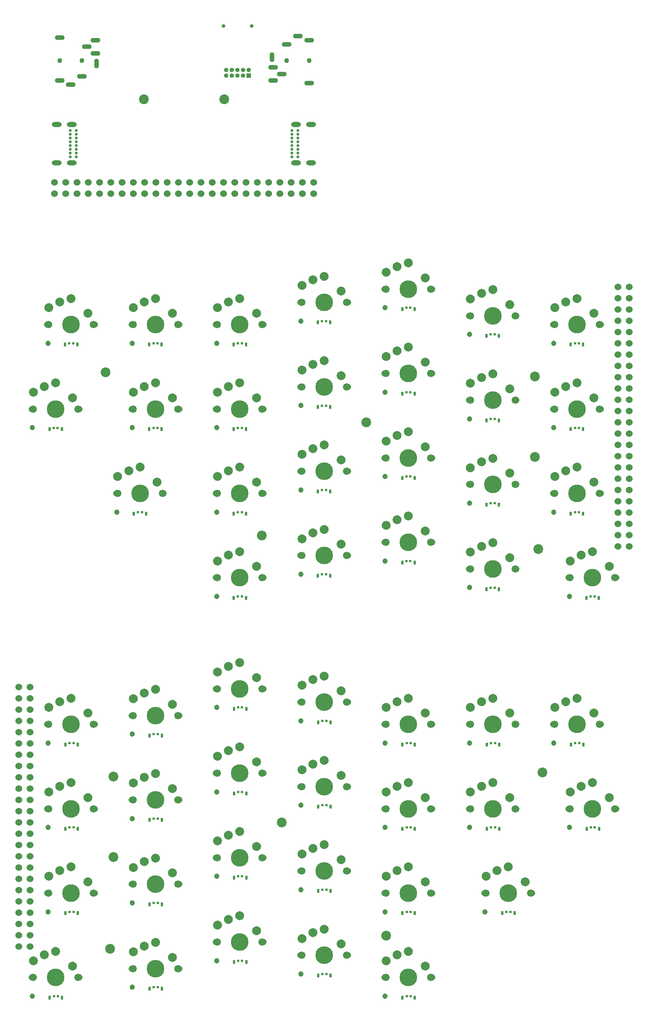
<source format=gbr>
%TF.GenerationSoftware,KiCad,Pcbnew,(6.0.6)*%
%TF.CreationDate,2022-09-03T22:19:59-07:00*%
%TF.ProjectId,NourK,4e6f7572-4b2e-46b6-9963-61645f706362,rev?*%
%TF.SameCoordinates,Original*%
%TF.FileFunction,Soldermask,Bot*%
%TF.FilePolarity,Negative*%
%FSLAX46Y46*%
G04 Gerber Fmt 4.6, Leading zero omitted, Abs format (unit mm)*
G04 Created by KiCad (PCBNEW (6.0.6)) date 2022-09-03 22:19:59*
%MOMM*%
%LPD*%
G01*
G04 APERTURE LIST*
%ADD10C,1.524000*%
%ADD11C,2.200000*%
%ADD12C,1.200000*%
%ADD13C,1.700000*%
%ADD14C,3.990000*%
%ADD15C,2.000000*%
%ADD16C,0.650000*%
%ADD17O,2.216000X1.108000*%
%ADD18C,0.800000*%
%ADD19C,1.100000*%
%ADD20O,1.100000X2.200000*%
%ADD21O,2.200000X1.100000*%
%ADD22O,1.000000X1.000000*%
%ADD23R,1.000000X1.000000*%
%ADD24R,0.600000X0.900000*%
%ADD25R,0.600000X0.550000*%
G04 APERTURE END LIST*
D10*
%TO.C,U3*%
X177260000Y-142965000D03*
X177260000Y-140425000D03*
X177260000Y-137885000D03*
X177260000Y-135345000D03*
X177260000Y-132805000D03*
X177260000Y-130265000D03*
X177260000Y-127725000D03*
X177260000Y-125185000D03*
X177260000Y-122645000D03*
X177260000Y-120105000D03*
X177260000Y-117565000D03*
X177260000Y-115025000D03*
X177260000Y-112485000D03*
X177260000Y-109945000D03*
X177260000Y-107405000D03*
X177260000Y-104865000D03*
X177260000Y-102325000D03*
X177260000Y-99785000D03*
X177260000Y-97245000D03*
X177260000Y-94705000D03*
X177260000Y-92165000D03*
X177260000Y-89625000D03*
X177260000Y-87085000D03*
X177260000Y-84545000D03*
X179800000Y-84545000D03*
X179800000Y-87085000D03*
X179800000Y-89625000D03*
X179800000Y-92165000D03*
X179800000Y-94705000D03*
X179800000Y-97245000D03*
X179800000Y-99785000D03*
X179800000Y-102325000D03*
X179800000Y-104865000D03*
X179800000Y-107405000D03*
X179800000Y-109945000D03*
X179800000Y-112485000D03*
X179800000Y-115025000D03*
X179800000Y-117565000D03*
X179800000Y-120105000D03*
X179800000Y-122645000D03*
X179800000Y-125185000D03*
X179800000Y-127725000D03*
X179800000Y-130265000D03*
X179800000Y-132805000D03*
X179800000Y-135345000D03*
X179800000Y-137885000D03*
X179800000Y-140425000D03*
X179800000Y-142965000D03*
%TD*%
%TO.C,U4*%
X50250000Y-61010000D03*
X52790000Y-61010000D03*
X55330000Y-61010000D03*
X57870000Y-61010000D03*
X60410000Y-61010000D03*
X62950000Y-61010000D03*
X65490000Y-61010000D03*
X68030000Y-61010000D03*
X70570000Y-61010000D03*
X73110000Y-61010000D03*
X75650000Y-61010000D03*
X78190000Y-61010000D03*
X80730000Y-61010000D03*
X83270000Y-61010000D03*
X85810000Y-61010000D03*
X88350000Y-61010000D03*
X90890000Y-61010000D03*
X93430000Y-61010000D03*
X95970000Y-61010000D03*
X98510000Y-61010000D03*
X101050000Y-61010000D03*
X103590000Y-61010000D03*
X106130000Y-61010000D03*
X108670000Y-61010000D03*
X108670000Y-63550000D03*
X106130000Y-63550000D03*
X103590000Y-63550000D03*
X101050000Y-63550000D03*
X98510000Y-63550000D03*
X95970000Y-63550000D03*
X93430000Y-63550000D03*
X90890000Y-63550000D03*
X88350000Y-63550000D03*
X85810000Y-63550000D03*
X83270000Y-63550000D03*
X80730000Y-63550000D03*
X78190000Y-63550000D03*
X75650000Y-63550000D03*
X73110000Y-63550000D03*
X70570000Y-63550000D03*
X68030000Y-63550000D03*
X65490000Y-63550000D03*
X62950000Y-63550000D03*
X60410000Y-63550000D03*
X57870000Y-63550000D03*
X55330000Y-63550000D03*
X52790000Y-63550000D03*
X50250000Y-63550000D03*
%TD*%
%TO.C,U5*%
X44740000Y-174580000D03*
X44740000Y-177120000D03*
X44740000Y-179660000D03*
X44740000Y-182200000D03*
X44740000Y-184740000D03*
X44740000Y-187280000D03*
X44740000Y-189820000D03*
X44740000Y-192360000D03*
X44740000Y-194900000D03*
X44740000Y-197440000D03*
X44740000Y-199980000D03*
X44740000Y-202520000D03*
X44740000Y-205060000D03*
X44740000Y-207600000D03*
X44740000Y-210140000D03*
X44740000Y-212680000D03*
X44740000Y-215220000D03*
X44740000Y-217760000D03*
X44740000Y-220300000D03*
X44740000Y-222840000D03*
X44740000Y-225380000D03*
X44740000Y-227920000D03*
X44740000Y-230460000D03*
X44740000Y-233000000D03*
X42200000Y-233000000D03*
X42200000Y-230460000D03*
X42200000Y-227920000D03*
X42200000Y-225380000D03*
X42200000Y-222840000D03*
X42200000Y-220300000D03*
X42200000Y-217760000D03*
X42200000Y-215220000D03*
X42200000Y-212680000D03*
X42200000Y-210140000D03*
X42200000Y-207600000D03*
X42200000Y-205060000D03*
X42200000Y-202520000D03*
X42200000Y-199980000D03*
X42200000Y-197440000D03*
X42200000Y-194900000D03*
X42200000Y-192360000D03*
X42200000Y-189820000D03*
X42200000Y-187280000D03*
X42200000Y-184740000D03*
X42200000Y-182200000D03*
X42200000Y-179660000D03*
X42200000Y-177120000D03*
X42200000Y-174580000D03*
%TD*%
D11*
%TO.C,REF\u002A\u002A*%
X62750000Y-233550000D03*
%TD*%
%TO.C,REF\u002A\u002A*%
X160250000Y-193800000D03*
%TD*%
%TO.C,REF\u002A\u002A*%
X63500000Y-194750000D03*
%TD*%
%TO.C,REF\u002A\u002A*%
X101500000Y-205050000D03*
%TD*%
%TO.C,REF\u002A\u002A*%
X125000000Y-230550000D03*
%TD*%
%TO.C,REF\u002A\u002A*%
X120500000Y-115000000D03*
%TD*%
%TO.C,REF\u002A\u002A*%
X158500000Y-104700000D03*
%TD*%
%TO.C,REF\u002A\u002A*%
X159250000Y-143500000D03*
%TD*%
%TO.C,REF\u002A\u002A*%
X97000000Y-140500000D03*
%TD*%
%TO.C,REF\u002A\u002A*%
X61750000Y-103750000D03*
%TD*%
%TO.C,REF\u002A\u002A*%
X63500000Y-212850000D03*
%TD*%
%TO.C,REF\u002A\u002A*%
X158500000Y-122800000D03*
%TD*%
D12*
%TO.C,SW53*%
X48500000Y-221000000D03*
X48780000Y-225200000D03*
D13*
X59080000Y-221000000D03*
D14*
X54000000Y-221000000D03*
D12*
X59500000Y-221000000D03*
D13*
X48920000Y-221000000D03*
D15*
X51460000Y-215920000D03*
X49000000Y-217200000D03*
X54000000Y-215100000D03*
X57810000Y-218460000D03*
%TD*%
D12*
%TO.C,SW36*%
X124500000Y-202000000D03*
X124780000Y-206200000D03*
D13*
X135080000Y-202000000D03*
D14*
X130000000Y-202000000D03*
D12*
X135500000Y-202000000D03*
D13*
X124920000Y-202000000D03*
D15*
X127460000Y-196920000D03*
X125000000Y-198200000D03*
X130000000Y-196100000D03*
X133810000Y-199460000D03*
%TD*%
D12*
%TO.C,SW33*%
X143500000Y-202000000D03*
X143780000Y-206200000D03*
D13*
X154080000Y-202000000D03*
D14*
X149000000Y-202000000D03*
D12*
X154500000Y-202000000D03*
D13*
X143920000Y-202000000D03*
D15*
X146460000Y-196920000D03*
X144000000Y-198200000D03*
X149000000Y-196100000D03*
X152810000Y-199460000D03*
%TD*%
D12*
%TO.C,SW13*%
X124500000Y-123000000D03*
X124780000Y-127200000D03*
D13*
X135080000Y-123000000D03*
D14*
X130000000Y-123000000D03*
D12*
X135500000Y-123000000D03*
D13*
X124920000Y-123000000D03*
D15*
X127460000Y-117920000D03*
X125000000Y-119200000D03*
X130000000Y-117100000D03*
X133810000Y-120460000D03*
%TD*%
D12*
%TO.C,SW49*%
X67500000Y-219000000D03*
X67780000Y-223200000D03*
D13*
X78080000Y-219000000D03*
D14*
X73000000Y-219000000D03*
D12*
X78500000Y-219000000D03*
D13*
X67920000Y-219000000D03*
D15*
X70460000Y-213920000D03*
X68000000Y-215200000D03*
X73000000Y-213100000D03*
X76810000Y-216460000D03*
%TD*%
D12*
%TO.C,SW8*%
X143500000Y-110000000D03*
X143780000Y-114200000D03*
D13*
X154080000Y-110000000D03*
D14*
X149000000Y-110000000D03*
D12*
X154500000Y-110000000D03*
D13*
X143920000Y-110000000D03*
D15*
X146460000Y-104920000D03*
X144000000Y-106200000D03*
X149000000Y-104100000D03*
X152810000Y-107460000D03*
%TD*%
D12*
%TO.C,SW26*%
X48500000Y-93000000D03*
X48780000Y-97200000D03*
D13*
X59080000Y-93000000D03*
D14*
X54000000Y-93000000D03*
D12*
X59500000Y-93000000D03*
D13*
X48920000Y-93000000D03*
D15*
X51460000Y-87920000D03*
X49000000Y-89200000D03*
X54000000Y-87100000D03*
X57810000Y-90460000D03*
%TD*%
D12*
%TO.C,SW23*%
X67500000Y-93000000D03*
X67780000Y-97200000D03*
D13*
X78080000Y-93000000D03*
D14*
X73000000Y-93000000D03*
D12*
X78500000Y-93000000D03*
D13*
X67920000Y-93000000D03*
D15*
X70460000Y-87920000D03*
X68000000Y-89200000D03*
X73000000Y-87100000D03*
X76810000Y-90460000D03*
%TD*%
D12*
%TO.C,SW18*%
X105500000Y-145000000D03*
X105780000Y-149200000D03*
D13*
X116080000Y-145000000D03*
D14*
X111000000Y-145000000D03*
D12*
X116500000Y-145000000D03*
D13*
X105920000Y-145000000D03*
D15*
X108460000Y-139920000D03*
X106000000Y-141200000D03*
X111000000Y-139100000D03*
X114810000Y-142460000D03*
%TD*%
D12*
%TO.C,SW21*%
X86500000Y-131000000D03*
X86780000Y-135200000D03*
D13*
X97080000Y-131000000D03*
D14*
X92000000Y-131000000D03*
D12*
X97500000Y-131000000D03*
D13*
X86920000Y-131000000D03*
D15*
X89460000Y-125920000D03*
X87000000Y-127200000D03*
X92000000Y-125100000D03*
X95810000Y-128460000D03*
%TD*%
D12*
%TO.C,SW11*%
X124500000Y-85000000D03*
X124780000Y-89200000D03*
D13*
X135080000Y-85000000D03*
D14*
X130000000Y-85000000D03*
D12*
X135500000Y-85000000D03*
D13*
X124920000Y-85000000D03*
D15*
X127460000Y-79920000D03*
X125000000Y-81200000D03*
X130000000Y-79100000D03*
X133810000Y-82460000D03*
%TD*%
D12*
%TO.C,SW4*%
X162500000Y-112000000D03*
X162780000Y-116200000D03*
D13*
X173080000Y-112000000D03*
D14*
X168000000Y-112000000D03*
D12*
X173500000Y-112000000D03*
D13*
X162920000Y-112000000D03*
D15*
X165460000Y-106920000D03*
X163000000Y-108200000D03*
X168000000Y-106100000D03*
X171810000Y-109460000D03*
%TD*%
D12*
%TO.C,SW45*%
X86500000Y-213000000D03*
X86780000Y-217200000D03*
D13*
X97080000Y-213000000D03*
D14*
X92000000Y-213000000D03*
D12*
X97500000Y-213000000D03*
D13*
X86920000Y-213000000D03*
D15*
X89460000Y-207920000D03*
X87000000Y-209200000D03*
X92000000Y-207100000D03*
X95810000Y-210460000D03*
%TD*%
D12*
%TO.C,SW41*%
X105500000Y-216000000D03*
X105780000Y-220200000D03*
D13*
X116080000Y-216000000D03*
D14*
X111000000Y-216000000D03*
D12*
X116500000Y-216000000D03*
D13*
X105920000Y-216000000D03*
D15*
X108460000Y-210920000D03*
X106000000Y-212200000D03*
X111000000Y-210100000D03*
X114810000Y-213460000D03*
%TD*%
D12*
%TO.C,SW42*%
X105500000Y-235000000D03*
X105780000Y-239200000D03*
D13*
X116080000Y-235000000D03*
D14*
X111000000Y-235000000D03*
D12*
X116500000Y-235000000D03*
D13*
X105920000Y-235000000D03*
D15*
X108460000Y-229920000D03*
X106000000Y-231200000D03*
X111000000Y-229100000D03*
X114810000Y-232460000D03*
%TD*%
D12*
%TO.C,SW20*%
X86500000Y-112000000D03*
X86780000Y-116200000D03*
D13*
X97080000Y-112000000D03*
D14*
X92000000Y-112000000D03*
D12*
X97500000Y-112000000D03*
D13*
X86920000Y-112000000D03*
D15*
X89460000Y-106920000D03*
X87000000Y-108200000D03*
X92000000Y-106100000D03*
X95810000Y-109460000D03*
%TD*%
D12*
%TO.C,SW40*%
X105500000Y-197000000D03*
X105780000Y-201200000D03*
D13*
X116080000Y-197000000D03*
D14*
X111000000Y-197000000D03*
D12*
X116500000Y-197000000D03*
D13*
X105920000Y-197000000D03*
D15*
X108460000Y-191920000D03*
X106000000Y-193200000D03*
X111000000Y-191100000D03*
X114810000Y-194460000D03*
%TD*%
D12*
%TO.C,SW51*%
X48500000Y-183000000D03*
X48780000Y-187200000D03*
D13*
X59080000Y-183000000D03*
D14*
X54000000Y-183000000D03*
D12*
X59500000Y-183000000D03*
D13*
X48920000Y-183000000D03*
D15*
X51460000Y-177920000D03*
X49000000Y-179200000D03*
X54000000Y-177100000D03*
X57810000Y-180460000D03*
%TD*%
D12*
%TO.C,SW12*%
X124500000Y-104000000D03*
X124780000Y-108200000D03*
D13*
X135080000Y-104000000D03*
D14*
X130000000Y-104000000D03*
D12*
X135500000Y-104000000D03*
D13*
X124920000Y-104000000D03*
D15*
X127460000Y-98920000D03*
X125000000Y-100200000D03*
X130000000Y-98100000D03*
X133810000Y-101460000D03*
%TD*%
D12*
%TO.C,SW37*%
X124500000Y-221000000D03*
X124780000Y-225200000D03*
D13*
X135080000Y-221000000D03*
D14*
X130000000Y-221000000D03*
D12*
X135500000Y-221000000D03*
D13*
X124920000Y-221000000D03*
D15*
X127460000Y-215920000D03*
X125000000Y-217200000D03*
X130000000Y-215100000D03*
X133810000Y-218460000D03*
%TD*%
D12*
%TO.C,SW30*%
X162500000Y-183000000D03*
X162780000Y-187200000D03*
D13*
X173080000Y-183000000D03*
D14*
X168000000Y-183000000D03*
D12*
X173500000Y-183000000D03*
D13*
X162920000Y-183000000D03*
D15*
X165460000Y-177920000D03*
X163000000Y-179200000D03*
X168000000Y-177100000D03*
X171810000Y-180460000D03*
%TD*%
D12*
%TO.C,SW25*%
X64000000Y-131000000D03*
X64280000Y-135200000D03*
D13*
X74580000Y-131000000D03*
D14*
X69500000Y-131000000D03*
D12*
X75000000Y-131000000D03*
D13*
X64420000Y-131000000D03*
D15*
X66960000Y-125920000D03*
X64500000Y-127200000D03*
X69500000Y-125100000D03*
X73310000Y-128460000D03*
%TD*%
D12*
%TO.C,SW19*%
X86500000Y-93000000D03*
X86780000Y-97200000D03*
D13*
X97080000Y-93000000D03*
D14*
X92000000Y-93000000D03*
D12*
X97500000Y-93000000D03*
D13*
X86920000Y-93000000D03*
D15*
X89460000Y-87920000D03*
X87000000Y-89200000D03*
X92000000Y-87100000D03*
X95810000Y-90460000D03*
%TD*%
D12*
%TO.C,SW52*%
X48500000Y-202000000D03*
X48780000Y-206200000D03*
D13*
X59080000Y-202000000D03*
D14*
X54000000Y-202000000D03*
D12*
X59500000Y-202000000D03*
D13*
X48920000Y-202000000D03*
D15*
X51460000Y-196920000D03*
X49000000Y-198200000D03*
X54000000Y-196100000D03*
X57810000Y-199460000D03*
%TD*%
D12*
%TO.C,SW38*%
X124500000Y-240000000D03*
X124780000Y-244200000D03*
D13*
X135080000Y-240000000D03*
D14*
X130000000Y-240000000D03*
D12*
X135500000Y-240000000D03*
D13*
X124920000Y-240000000D03*
D15*
X127460000Y-234920000D03*
X125000000Y-236200000D03*
X130000000Y-234100000D03*
X133810000Y-237460000D03*
%TD*%
D12*
%TO.C,SW35*%
X124500000Y-183000000D03*
X124780000Y-187200000D03*
D13*
X135080000Y-183000000D03*
D14*
X130000000Y-183000000D03*
D12*
X135500000Y-183000000D03*
D13*
X124920000Y-183000000D03*
D15*
X127460000Y-177920000D03*
X125000000Y-179200000D03*
X130000000Y-177100000D03*
X133810000Y-180460000D03*
%TD*%
D12*
%TO.C,SW5*%
X162500000Y-131000000D03*
X162780000Y-135200000D03*
D13*
X173080000Y-131000000D03*
D14*
X168000000Y-131000000D03*
D12*
X173500000Y-131000000D03*
D13*
X162920000Y-131000000D03*
D15*
X165460000Y-125920000D03*
X163000000Y-127200000D03*
X168000000Y-125100000D03*
X171810000Y-128460000D03*
%TD*%
D12*
%TO.C,SW47*%
X67500000Y-181000000D03*
X67780000Y-185200000D03*
D13*
X78080000Y-181000000D03*
D14*
X73000000Y-181000000D03*
D12*
X78500000Y-181000000D03*
D13*
X67920000Y-181000000D03*
D15*
X70460000Y-175920000D03*
X68000000Y-177200000D03*
X73000000Y-175100000D03*
X76810000Y-178460000D03*
%TD*%
D12*
%TO.C,SW50*%
X67500000Y-238000000D03*
X67780000Y-242200000D03*
D13*
X78080000Y-238000000D03*
D14*
X73000000Y-238000000D03*
D12*
X78500000Y-238000000D03*
D13*
X67920000Y-238000000D03*
D15*
X70460000Y-232920000D03*
X68000000Y-234200000D03*
X73000000Y-232100000D03*
X76810000Y-235460000D03*
%TD*%
D12*
%TO.C,SW14*%
X124500000Y-142000000D03*
X124780000Y-146200000D03*
D13*
X135080000Y-142000000D03*
D14*
X130000000Y-142000000D03*
D12*
X135500000Y-142000000D03*
D13*
X124920000Y-142000000D03*
D15*
X127460000Y-136920000D03*
X125000000Y-138200000D03*
X130000000Y-136100000D03*
X133810000Y-139460000D03*
%TD*%
D12*
%TO.C,SW9*%
X143500000Y-129000000D03*
X143780000Y-133200000D03*
D13*
X154080000Y-129000000D03*
D14*
X149000000Y-129000000D03*
D12*
X154500000Y-129000000D03*
D13*
X143920000Y-129000000D03*
D15*
X146460000Y-123920000D03*
X144000000Y-125200000D03*
X149000000Y-123100000D03*
X152810000Y-126460000D03*
%TD*%
D12*
%TO.C,SW17*%
X105500000Y-126000000D03*
X105780000Y-130200000D03*
D13*
X116080000Y-126000000D03*
D14*
X111000000Y-126000000D03*
D12*
X116500000Y-126000000D03*
D13*
X105920000Y-126000000D03*
D15*
X108460000Y-120920000D03*
X106000000Y-122200000D03*
X111000000Y-120100000D03*
X114810000Y-123460000D03*
%TD*%
D12*
%TO.C,SW43*%
X86500000Y-175000000D03*
X86780000Y-179200000D03*
D13*
X97080000Y-175000000D03*
D14*
X92000000Y-175000000D03*
D12*
X97500000Y-175000000D03*
D13*
X86920000Y-175000000D03*
D15*
X89460000Y-169920000D03*
X87000000Y-171200000D03*
X92000000Y-169100000D03*
X95810000Y-172460000D03*
%TD*%
D12*
%TO.C,SW32*%
X143500000Y-183000000D03*
X143780000Y-187200000D03*
D13*
X154080000Y-183000000D03*
D14*
X149000000Y-183000000D03*
D12*
X154500000Y-183000000D03*
D13*
X143920000Y-183000000D03*
D15*
X146460000Y-177920000D03*
X144000000Y-179200000D03*
X149000000Y-177100000D03*
X152810000Y-180460000D03*
%TD*%
D12*
%TO.C,SW44*%
X86500000Y-194000000D03*
X86780000Y-198200000D03*
D13*
X97080000Y-194000000D03*
D14*
X92000000Y-194000000D03*
D12*
X97500000Y-194000000D03*
D13*
X86920000Y-194000000D03*
D15*
X89460000Y-188920000D03*
X87000000Y-190200000D03*
X92000000Y-188100000D03*
X95810000Y-191460000D03*
%TD*%
D12*
%TO.C,SW24*%
X67500000Y-112000000D03*
X67780000Y-116200000D03*
D13*
X78080000Y-112000000D03*
D14*
X73000000Y-112000000D03*
D12*
X78500000Y-112000000D03*
D13*
X67920000Y-112000000D03*
D15*
X70460000Y-106920000D03*
X68000000Y-108200000D03*
X73000000Y-106100000D03*
X76810000Y-109460000D03*
%TD*%
D12*
%TO.C,SW31*%
X166000000Y-202000000D03*
X166280000Y-206200000D03*
D13*
X176580000Y-202000000D03*
D14*
X171500000Y-202000000D03*
D12*
X177000000Y-202000000D03*
D13*
X166420000Y-202000000D03*
D15*
X168960000Y-196920000D03*
X166500000Y-198200000D03*
X171500000Y-196100000D03*
X175310000Y-199460000D03*
%TD*%
D12*
%TO.C,SW22*%
X86500000Y-150000000D03*
X86780000Y-154200000D03*
D13*
X97080000Y-150000000D03*
D14*
X92000000Y-150000000D03*
D12*
X97500000Y-150000000D03*
D13*
X86920000Y-150000000D03*
D15*
X89460000Y-144920000D03*
X87000000Y-146200000D03*
X92000000Y-144100000D03*
X95810000Y-147460000D03*
%TD*%
D12*
%TO.C,SW48*%
X67500000Y-200000000D03*
X67780000Y-204200000D03*
D13*
X78080000Y-200000000D03*
D14*
X73000000Y-200000000D03*
D12*
X78500000Y-200000000D03*
D13*
X67920000Y-200000000D03*
D15*
X70460000Y-194920000D03*
X68000000Y-196200000D03*
X73000000Y-194100000D03*
X76810000Y-197460000D03*
%TD*%
D12*
%TO.C,SW10*%
X143500000Y-148000000D03*
X143780000Y-152200000D03*
D13*
X154080000Y-148000000D03*
D14*
X149000000Y-148000000D03*
D12*
X154500000Y-148000000D03*
D13*
X143920000Y-148000000D03*
D15*
X146460000Y-142920000D03*
X144000000Y-144200000D03*
X149000000Y-142100000D03*
X152810000Y-145460000D03*
%TD*%
D12*
%TO.C,SW46*%
X86500000Y-232000000D03*
X86780000Y-236200000D03*
D13*
X97080000Y-232000000D03*
D14*
X92000000Y-232000000D03*
D12*
X97500000Y-232000000D03*
D13*
X86920000Y-232000000D03*
D15*
X89460000Y-226920000D03*
X87000000Y-228200000D03*
X92000000Y-226100000D03*
X95810000Y-229460000D03*
%TD*%
D12*
%TO.C,SW34*%
X147000000Y-221000000D03*
X147280000Y-225200000D03*
D13*
X157580000Y-221000000D03*
D14*
X152500000Y-221000000D03*
D12*
X158000000Y-221000000D03*
D13*
X147420000Y-221000000D03*
D15*
X149960000Y-215920000D03*
X147500000Y-217200000D03*
X152500000Y-215100000D03*
X156310000Y-218460000D03*
%TD*%
D12*
%TO.C,SW16*%
X105500000Y-107000000D03*
X105780000Y-111200000D03*
D13*
X116080000Y-107000000D03*
D14*
X111000000Y-107000000D03*
D12*
X116500000Y-107000000D03*
D13*
X105920000Y-107000000D03*
D15*
X108460000Y-101920000D03*
X106000000Y-103200000D03*
X111000000Y-101100000D03*
X114810000Y-104460000D03*
%TD*%
D12*
%TO.C,SW15*%
X105500000Y-88000000D03*
X105780000Y-92200000D03*
D13*
X116080000Y-88000000D03*
D14*
X111000000Y-88000000D03*
D12*
X116500000Y-88000000D03*
D13*
X105920000Y-88000000D03*
D15*
X108460000Y-82920000D03*
X106000000Y-84200000D03*
X111000000Y-82100000D03*
X114810000Y-85460000D03*
%TD*%
D12*
%TO.C,SW54*%
X45000000Y-240000000D03*
X45280000Y-244200000D03*
D13*
X55580000Y-240000000D03*
D14*
X50500000Y-240000000D03*
D12*
X56000000Y-240000000D03*
D13*
X45420000Y-240000000D03*
D15*
X47960000Y-234920000D03*
X45500000Y-236200000D03*
X50500000Y-234100000D03*
X54310000Y-237460000D03*
%TD*%
D12*
%TO.C,SW39*%
X105500000Y-178000000D03*
X105780000Y-182200000D03*
D13*
X116080000Y-178000000D03*
D14*
X111000000Y-178000000D03*
D12*
X116500000Y-178000000D03*
D13*
X105920000Y-178000000D03*
D15*
X108460000Y-172920000D03*
X106000000Y-174200000D03*
X111000000Y-172100000D03*
X114810000Y-175460000D03*
%TD*%
D12*
%TO.C,SW7*%
X143500000Y-91000000D03*
X143780000Y-95200000D03*
D13*
X154080000Y-91000000D03*
D14*
X149000000Y-91000000D03*
D12*
X154500000Y-91000000D03*
D13*
X143920000Y-91000000D03*
D15*
X146460000Y-85920000D03*
X144000000Y-87200000D03*
X149000000Y-85100000D03*
X152810000Y-88460000D03*
%TD*%
D12*
%TO.C,SW27*%
X45000000Y-112000000D03*
X45280000Y-116200000D03*
D13*
X55580000Y-112000000D03*
D14*
X50500000Y-112000000D03*
D12*
X56000000Y-112000000D03*
D13*
X45420000Y-112000000D03*
D15*
X47960000Y-106920000D03*
X45500000Y-108200000D03*
X50500000Y-106100000D03*
X54310000Y-109460000D03*
%TD*%
D12*
%TO.C,SW6*%
X166000000Y-150000000D03*
X166280000Y-154200000D03*
D13*
X176580000Y-150000000D03*
D14*
X171500000Y-150000000D03*
D12*
X177000000Y-150000000D03*
D13*
X166420000Y-150000000D03*
D15*
X168960000Y-144920000D03*
X166500000Y-146200000D03*
X171500000Y-144100000D03*
X175310000Y-147460000D03*
%TD*%
D12*
%TO.C,SW3*%
X162500000Y-93000000D03*
X162780000Y-97200000D03*
D13*
X173080000Y-93000000D03*
D14*
X168000000Y-93000000D03*
D12*
X173500000Y-93000000D03*
D13*
X162920000Y-93000000D03*
D15*
X165460000Y-87920000D03*
X163000000Y-89200000D03*
X168000000Y-87100000D03*
X171810000Y-90460000D03*
%TD*%
D11*
%TO.C,REF\u002A\u002A*%
X88500000Y-42250000D03*
%TD*%
%TO.C,REF\u002A\u002A*%
X70400000Y-42250000D03*
%TD*%
D16*
%TO.C,J4*%
X55125000Y-49275000D03*
X55125000Y-50125000D03*
X55125000Y-50975000D03*
X55125000Y-51825000D03*
X55125000Y-52675000D03*
X55125000Y-53525000D03*
X55125000Y-54375000D03*
X55125000Y-55225000D03*
X53775000Y-55225000D03*
X53775000Y-54375000D03*
X53775000Y-53525000D03*
X53775000Y-52675000D03*
X53775000Y-51825000D03*
X53775000Y-50975000D03*
X53775000Y-50125000D03*
X53775000Y-49275000D03*
D17*
X54145000Y-47925000D03*
X54145000Y-56575000D03*
X50765000Y-47925000D03*
X50765000Y-56575000D03*
%TD*%
D18*
%TO.C,SW1*%
X94650000Y-25750000D03*
X88350000Y-25750000D03*
%TD*%
D16*
%TO.C,J3*%
X103725000Y-55225000D03*
X103725000Y-54375000D03*
X103725000Y-53525000D03*
X103725000Y-52675000D03*
X103725000Y-51825000D03*
X103725000Y-50975000D03*
X103725000Y-50125000D03*
X103725000Y-49275000D03*
X105075000Y-49275000D03*
X105075000Y-50125000D03*
X105075000Y-50975000D03*
X105075000Y-51825000D03*
X105075000Y-52675000D03*
X105075000Y-53525000D03*
X105075000Y-54375000D03*
X105075000Y-55225000D03*
D17*
X104705000Y-56575000D03*
X104705000Y-47925000D03*
X108085000Y-56575000D03*
X108085000Y-47925000D03*
%TD*%
D19*
%TO.C,J1*%
X102600000Y-33500000D03*
X107600000Y-33500000D03*
D20*
X99300000Y-32800000D03*
D21*
X102600000Y-29900000D03*
X99500000Y-35100000D03*
X107600000Y-29000000D03*
X101500000Y-36600000D03*
X99500000Y-38000000D03*
X107600000Y-38600000D03*
X105100000Y-28000000D03*
%TD*%
D22*
%TO.C,J2*%
X88945000Y-35625000D03*
X88945000Y-36895000D03*
X90215000Y-35625000D03*
X90215000Y-36895000D03*
X91485000Y-35625000D03*
X91485000Y-36895000D03*
X92755000Y-35625000D03*
X92755000Y-36895000D03*
X94025000Y-35625000D03*
D23*
X94025000Y-36895000D03*
%TD*%
D19*
%TO.C,J5*%
X56400000Y-33500000D03*
X51400000Y-33500000D03*
D20*
X59700000Y-34200000D03*
D21*
X56400000Y-37100000D03*
X59500000Y-31900000D03*
X51400000Y-38000000D03*
X57500000Y-30400000D03*
X59500000Y-29000000D03*
X51400000Y-28400000D03*
X53900000Y-39000000D03*
%TD*%
D24*
%TO.C,D53*%
X150467000Y-206517000D03*
D25*
X149517000Y-206192000D03*
X148617000Y-206192000D03*
D24*
X147667000Y-206517000D03*
%TD*%
%TO.C,D61*%
X112467000Y-220517000D03*
D25*
X111517000Y-220192000D03*
X110617000Y-220192000D03*
D24*
X109667000Y-220517000D03*
%TD*%
%TO.C,D71*%
X55467000Y-187517000D03*
D25*
X54517000Y-187192000D03*
X53617000Y-187192000D03*
D24*
X52667000Y-187517000D03*
%TD*%
%TO.C,D64*%
X93467000Y-198517000D03*
D25*
X92517000Y-198192000D03*
X91617000Y-198192000D03*
D24*
X90667000Y-198517000D03*
%TD*%
%TO.C,D55*%
X131467000Y-187517000D03*
D25*
X130517000Y-187192000D03*
X129617000Y-187192000D03*
D24*
X128667000Y-187517000D03*
%TD*%
%TO.C,D9*%
X169400000Y-97500000D03*
D25*
X168450000Y-97175000D03*
X167550000Y-97175000D03*
D24*
X166600000Y-97500000D03*
%TD*%
%TO.C,D59*%
X112467000Y-182517000D03*
D25*
X111517000Y-182192000D03*
X110617000Y-182192000D03*
D24*
X109667000Y-182517000D03*
%TD*%
%TO.C,D68*%
X74467000Y-204517000D03*
D25*
X73517000Y-204192000D03*
X72617000Y-204192000D03*
D24*
X71667000Y-204517000D03*
%TD*%
%TO.C,D72*%
X55467000Y-206517000D03*
D25*
X54517000Y-206192000D03*
X53617000Y-206192000D03*
D24*
X52667000Y-206517000D03*
%TD*%
%TO.C,D74*%
X51967000Y-244517000D03*
D25*
X51017000Y-244192000D03*
X50117000Y-244192000D03*
D24*
X49167000Y-244517000D03*
%TD*%
%TO.C,D23*%
X112400000Y-130549000D03*
D25*
X111450000Y-130224000D03*
X110550000Y-130224000D03*
D24*
X109600000Y-130549000D03*
%TD*%
%TO.C,D56*%
X131467000Y-206517000D03*
D25*
X130517000Y-206192000D03*
X129617000Y-206192000D03*
D24*
X128667000Y-206517000D03*
%TD*%
%TO.C,D12*%
X172900000Y-154549000D03*
D25*
X171950000Y-154224000D03*
X171050000Y-154224000D03*
D24*
X170100000Y-154549000D03*
%TD*%
%TO.C,D26*%
X93400000Y-116549000D03*
D25*
X92450000Y-116224000D03*
X91550000Y-116224000D03*
D24*
X90600000Y-116549000D03*
%TD*%
%TO.C,D20*%
X131400000Y-146549000D03*
D25*
X130450000Y-146224000D03*
X129550000Y-146224000D03*
D24*
X128600000Y-146549000D03*
%TD*%
%TO.C,D62*%
X112467000Y-239517000D03*
D25*
X111517000Y-239192000D03*
X110617000Y-239192000D03*
D24*
X109667000Y-239517000D03*
%TD*%
%TO.C,D28*%
X93400000Y-154549000D03*
D25*
X92450000Y-154224000D03*
X91550000Y-154224000D03*
D24*
X90600000Y-154549000D03*
%TD*%
%TO.C,D33*%
X51900000Y-116549000D03*
D25*
X50950000Y-116224000D03*
X50050000Y-116224000D03*
D24*
X49100000Y-116549000D03*
%TD*%
%TO.C,D65*%
X93467000Y-217517000D03*
D25*
X92517000Y-217192000D03*
X91617000Y-217192000D03*
D24*
X90667000Y-217517000D03*
%TD*%
%TO.C,D57*%
X131467000Y-225517000D03*
D25*
X130517000Y-225192000D03*
X129617000Y-225192000D03*
D24*
X128667000Y-225517000D03*
%TD*%
%TO.C,D69*%
X74467000Y-223517000D03*
D25*
X73517000Y-223192000D03*
X72617000Y-223192000D03*
D24*
X71667000Y-223517000D03*
%TD*%
%TO.C,D10*%
X169400000Y-116549000D03*
D25*
X168450000Y-116224000D03*
X167550000Y-116224000D03*
D24*
X166600000Y-116549000D03*
%TD*%
%TO.C,D31*%
X70900000Y-135549000D03*
D25*
X69950000Y-135224000D03*
X69050000Y-135224000D03*
D24*
X68100000Y-135549000D03*
%TD*%
%TO.C,D21*%
X112400000Y-92500000D03*
D25*
X111450000Y-92175000D03*
X110550000Y-92175000D03*
D24*
X109600000Y-92500000D03*
%TD*%
%TO.C,D25*%
X93400000Y-97500000D03*
D25*
X92450000Y-97175000D03*
X91550000Y-97175000D03*
D24*
X90600000Y-97500000D03*
%TD*%
%TO.C,D70*%
X74467000Y-242517000D03*
D25*
X73517000Y-242192000D03*
X72617000Y-242192000D03*
D24*
X71667000Y-242517000D03*
%TD*%
%TO.C,D18*%
X131400000Y-108549000D03*
D25*
X130450000Y-108224000D03*
X129550000Y-108224000D03*
D24*
X128600000Y-108549000D03*
%TD*%
%TO.C,D17*%
X131400000Y-89500000D03*
D25*
X130450000Y-89175000D03*
X129550000Y-89175000D03*
D24*
X128600000Y-89500000D03*
%TD*%
%TO.C,D60*%
X112467000Y-201517000D03*
D25*
X111517000Y-201192000D03*
X110617000Y-201192000D03*
D24*
X109667000Y-201517000D03*
%TD*%
%TO.C,D63*%
X93467000Y-179517000D03*
D25*
X92517000Y-179192000D03*
X91617000Y-179192000D03*
D24*
X90667000Y-179517000D03*
%TD*%
%TO.C,D13*%
X150400000Y-95500000D03*
D25*
X149450000Y-95175000D03*
X148550000Y-95175000D03*
D24*
X147600000Y-95500000D03*
%TD*%
%TO.C,D51*%
X172967000Y-206517000D03*
D25*
X172017000Y-206192000D03*
X171117000Y-206192000D03*
D24*
X170167000Y-206517000D03*
%TD*%
%TO.C,D22*%
X112400000Y-111549000D03*
D25*
X111450000Y-111224000D03*
X110550000Y-111224000D03*
D24*
X109600000Y-111549000D03*
%TD*%
%TO.C,D52*%
X150467000Y-187517000D03*
D25*
X149517000Y-187192000D03*
X148617000Y-187192000D03*
D24*
X147667000Y-187517000D03*
%TD*%
%TO.C,D32*%
X55400000Y-97500000D03*
D25*
X54450000Y-97175000D03*
X53550000Y-97175000D03*
D24*
X52600000Y-97500000D03*
%TD*%
%TO.C,D58*%
X131467000Y-244517000D03*
D25*
X130517000Y-244192000D03*
X129617000Y-244192000D03*
D24*
X128667000Y-244517000D03*
%TD*%
%TO.C,D24*%
X112400000Y-149549000D03*
D25*
X111450000Y-149224000D03*
X110550000Y-149224000D03*
D24*
X109600000Y-149549000D03*
%TD*%
%TO.C,D15*%
X150400000Y-133549000D03*
D25*
X149450000Y-133224000D03*
X148550000Y-133224000D03*
D24*
X147600000Y-133549000D03*
%TD*%
%TO.C,D67*%
X74467000Y-185517000D03*
D25*
X73517000Y-185192000D03*
X72617000Y-185192000D03*
D24*
X71667000Y-185517000D03*
%TD*%
%TO.C,D29*%
X74400000Y-97500000D03*
D25*
X73450000Y-97175000D03*
X72550000Y-97175000D03*
D24*
X71600000Y-97500000D03*
%TD*%
%TO.C,D16*%
X150400000Y-152549000D03*
D25*
X149450000Y-152224000D03*
X148550000Y-152224000D03*
D24*
X147600000Y-152549000D03*
%TD*%
%TO.C,D66*%
X93467000Y-236517000D03*
D25*
X92517000Y-236192000D03*
X91617000Y-236192000D03*
D24*
X90667000Y-236517000D03*
%TD*%
%TO.C,D11*%
X169400000Y-135549000D03*
D25*
X168450000Y-135224000D03*
X167550000Y-135224000D03*
D24*
X166600000Y-135549000D03*
%TD*%
%TO.C,D19*%
X131400000Y-127549000D03*
D25*
X130450000Y-127224000D03*
X129550000Y-127224000D03*
D24*
X128600000Y-127549000D03*
%TD*%
%TO.C,D14*%
X150400000Y-114549000D03*
D25*
X149450000Y-114224000D03*
X148550000Y-114224000D03*
D24*
X147600000Y-114549000D03*
%TD*%
%TO.C,D50*%
X169467000Y-187517000D03*
D25*
X168517000Y-187192000D03*
X167617000Y-187192000D03*
D24*
X166667000Y-187517000D03*
%TD*%
%TO.C,D54*%
X153967000Y-225517000D03*
D25*
X153017000Y-225192000D03*
X152117000Y-225192000D03*
D24*
X151167000Y-225517000D03*
%TD*%
%TO.C,D27*%
X93400000Y-135549000D03*
D25*
X92450000Y-135224000D03*
X91550000Y-135224000D03*
D24*
X90600000Y-135549000D03*
%TD*%
%TO.C,D30*%
X74400000Y-116549000D03*
D25*
X73450000Y-116224000D03*
X72550000Y-116224000D03*
D24*
X71600000Y-116549000D03*
%TD*%
%TO.C,D73*%
X55467000Y-225517000D03*
D25*
X54517000Y-225192000D03*
X53617000Y-225192000D03*
D24*
X52667000Y-225517000D03*
%TD*%
M02*

</source>
